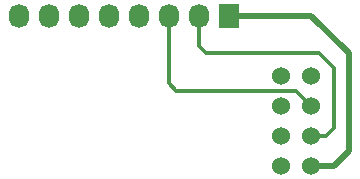
<source format=gbl>
G04 #@! TF.FileFunction,Copper,L2,Bot,Signal*
%FSLAX46Y46*%
G04 Gerber Fmt 4.6, Leading zero omitted, Abs format (unit mm)*
G04 Created by KiCad (PCBNEW (2015-11-17 BZR 6321)-product) date Tue 01 Dec 2015 12:21:10 PM PST*
%MOMM*%
G01*
G04 APERTURE LIST*
%ADD10C,0.152400*%
%ADD11C,1.524000*%
%ADD12R,1.727200X2.032000*%
%ADD13O,1.727200X2.032000*%
%ADD14C,0.330200*%
%ADD15C,0.508000*%
G04 APERTURE END LIST*
D10*
D11*
X177800000Y-111760000D03*
X177800000Y-109220000D03*
X177800000Y-106680000D03*
X177800000Y-104140000D03*
X175260000Y-104140000D03*
X175260000Y-106680000D03*
X175260000Y-109220000D03*
X175260000Y-111760000D03*
D12*
X170815000Y-99060000D03*
D13*
X168275000Y-99060000D03*
X165735000Y-99060000D03*
X163195000Y-99060000D03*
X160655000Y-99060000D03*
X158115000Y-99060000D03*
X155575000Y-99060000D03*
X153035000Y-99060000D03*
D14*
X168275000Y-101600000D02*
X168275000Y-99060000D01*
X168910000Y-102235000D02*
X168275000Y-101600000D01*
X178435000Y-102235000D02*
X168910000Y-102235000D01*
X179705000Y-103505000D02*
X178435000Y-102235000D01*
X179705000Y-108585000D02*
X179705000Y-103505000D01*
X179070000Y-109220000D02*
X179705000Y-108585000D01*
X177800000Y-109220000D02*
X179070000Y-109220000D01*
X165735000Y-104775000D02*
X165735000Y-99060000D01*
X166370000Y-105410000D02*
X165735000Y-104775000D01*
X176530000Y-105410000D02*
X166370000Y-105410000D01*
X177800000Y-106680000D02*
X176530000Y-105410000D01*
D15*
X177800000Y-111760000D02*
X179705000Y-111760000D01*
X179705000Y-111760000D02*
X180975000Y-110490000D01*
X177800000Y-99060000D02*
X170815000Y-99060000D01*
X180975000Y-102235000D02*
X177800000Y-99060000D01*
X180975000Y-110490000D02*
X180975000Y-102235000D01*
M02*

</source>
